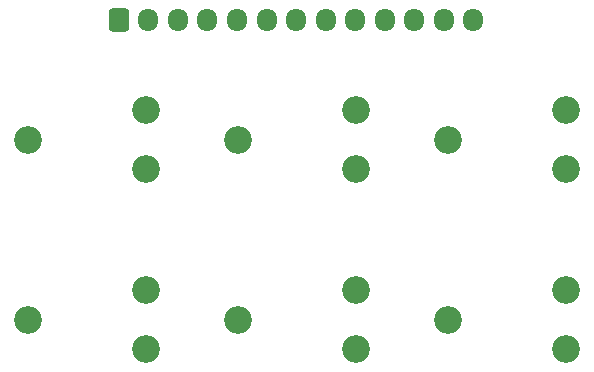
<source format=gbr>
%TF.GenerationSoftware,KiCad,Pcbnew,(6.0.6)*%
%TF.CreationDate,2023-03-14T01:25:27-07:00*%
%TF.ProjectId,k7000,6b373030-302e-46b6-9963-61645f706362,rev?*%
%TF.SameCoordinates,Original*%
%TF.FileFunction,Soldermask,Top*%
%TF.FilePolarity,Negative*%
%FSLAX46Y46*%
G04 Gerber Fmt 4.6, Leading zero omitted, Abs format (unit mm)*
G04 Created by KiCad (PCBNEW (6.0.6)) date 2023-03-14 01:25:27*
%MOMM*%
%LPD*%
G01*
G04 APERTURE LIST*
G04 Aperture macros list*
%AMRoundRect*
0 Rectangle with rounded corners*
0 $1 Rounding radius*
0 $2 $3 $4 $5 $6 $7 $8 $9 X,Y pos of 4 corners*
0 Add a 4 corners polygon primitive as box body*
4,1,4,$2,$3,$4,$5,$6,$7,$8,$9,$2,$3,0*
0 Add four circle primitives for the rounded corners*
1,1,$1+$1,$2,$3*
1,1,$1+$1,$4,$5*
1,1,$1+$1,$6,$7*
1,1,$1+$1,$8,$9*
0 Add four rect primitives between the rounded corners*
20,1,$1+$1,$2,$3,$4,$5,0*
20,1,$1+$1,$4,$5,$6,$7,0*
20,1,$1+$1,$6,$7,$8,$9,0*
20,1,$1+$1,$8,$9,$2,$3,0*%
G04 Aperture macros list end*
%ADD10C,2.340000*%
%ADD11RoundRect,0.250000X-0.600000X-0.725000X0.600000X-0.725000X0.600000X0.725000X-0.600000X0.725000X0*%
%ADD12O,1.700000X1.950000*%
G04 APERTURE END LIST*
D10*
%TO.C,RV3*%
X110504000Y-58819000D03*
X100504000Y-56319000D03*
X110504000Y-53819000D03*
%TD*%
%TO.C,RV1*%
X92724000Y-58819000D03*
X82724000Y-56319000D03*
X92724000Y-53819000D03*
%TD*%
%TO.C,RV2*%
X92724000Y-74059000D03*
X82724000Y-71559000D03*
X92724000Y-69059000D03*
%TD*%
D11*
%TO.C,J1*%
X90424000Y-46164000D03*
D12*
X92924000Y-46164000D03*
X95424000Y-46164000D03*
X97924000Y-46164000D03*
X100424000Y-46164000D03*
X102924000Y-46164000D03*
X105424000Y-46164000D03*
X107924000Y-46164000D03*
X110424000Y-46164000D03*
X112924000Y-46164000D03*
X115424000Y-46164000D03*
X117924000Y-46164000D03*
X120424000Y-46164000D03*
%TD*%
D10*
%TO.C,RV5*%
X128284000Y-58819000D03*
X118284000Y-56319000D03*
X128284000Y-53819000D03*
%TD*%
%TO.C,RV4*%
X110504000Y-74059000D03*
X100504000Y-71559000D03*
X110504000Y-69059000D03*
%TD*%
%TO.C,RV6*%
X128284000Y-74059000D03*
X118284000Y-71559000D03*
X128284000Y-69059000D03*
%TD*%
M02*

</source>
